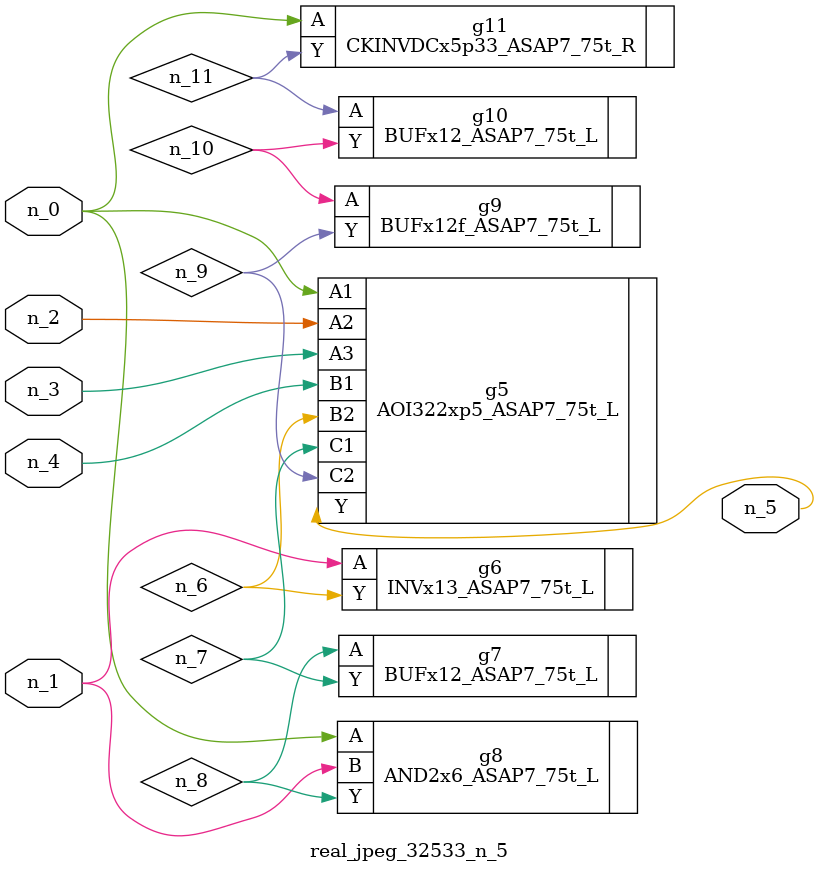
<source format=v>
module real_jpeg_32533_n_5 (n_4, n_0, n_1, n_2, n_3, n_5);

input n_4;
input n_0;
input n_1;
input n_2;
input n_3;

output n_5;

wire n_8;
wire n_11;
wire n_6;
wire n_7;
wire n_10;
wire n_9;

AOI322xp5_ASAP7_75t_L g5 ( 
.A1(n_0),
.A2(n_2),
.A3(n_3),
.B1(n_4),
.B2(n_6),
.C1(n_7),
.C2(n_9),
.Y(n_5)
);

AND2x6_ASAP7_75t_L g8 ( 
.A(n_0),
.B(n_1),
.Y(n_8)
);

CKINVDCx5p33_ASAP7_75t_R g11 ( 
.A(n_0),
.Y(n_11)
);

INVx13_ASAP7_75t_L g6 ( 
.A(n_1),
.Y(n_6)
);

BUFx12_ASAP7_75t_L g7 ( 
.A(n_8),
.Y(n_7)
);

BUFx12f_ASAP7_75t_L g9 ( 
.A(n_10),
.Y(n_9)
);

BUFx12_ASAP7_75t_L g10 ( 
.A(n_11),
.Y(n_10)
);


endmodule
</source>
